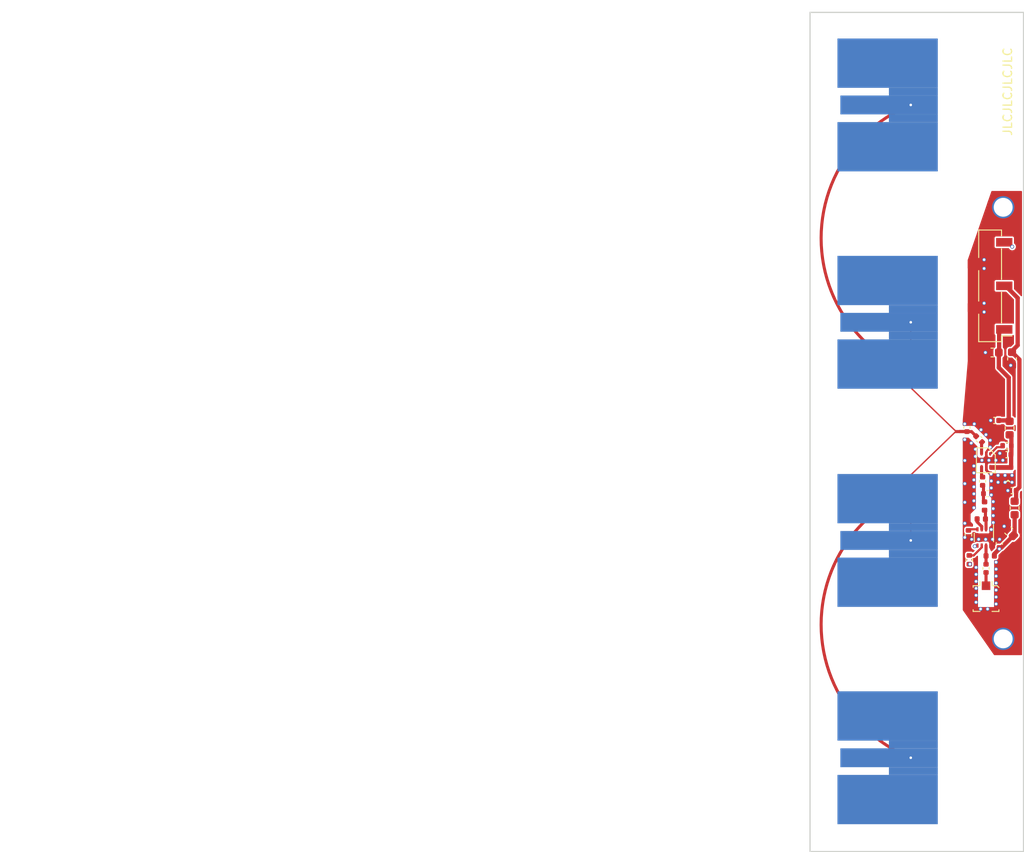
<source format=kicad_pcb>
(kicad_pcb (version 20211014) (generator pcbnew)
  (layers (0 "F.Cu" signal) (1 "In1.Cu" signal) (2 "In2.Cu" signal) (31 "B.Cu" signal) (34 "B.Paste" user) (35 "F.Paste" user) (36 "B.SilkS" user "B.Silkscreen") (37 "F.SilkS" user "F.Silkscreen") (38 "B.Mask" user) (39 "F.Mask" user) (44 "Edge.Cuts" user))
  (net 0 "")
  (net 1 "GND")
  (net 2 "/receiver/RX")
  (net 3 "Net-(C5-Pad2)")
  (net 4 "Net-(C8-Pad1)")
  (net 5 "Net-(C8-Pad2)")
  (net 6 "Net-(C11-Pad1)")
  (net 7 "/receiver/RF_OUT")
  (net 8 "/5VA")
  (net 9 "Net-(IC2-Pad2)")
  (net 10 "Net-(IC2-Pad3)")
  (net 11 "Net-(IC2-Pad4)")
  (net 12 "/~EN1")
  (net 13 "Net-(IC2-Pad6)")
  (net 14 "Net-(R2-Pad1)")
  (net 15 "/3V3A")
  (net 16 "Net-(J2-Pad1)")
  (net 17 "Net-(J2-Pad3)")
  (footprint "Capacitor_SMD:C_0402_1005Metric" (layer "F.Cu") (at 135.1026 98.8314 180)
    (fp_text reference "C3" hide)
    (fp_text value "100n" hide)
    (fp_line (start -0.107836 -0.36) (end 0.107836 -0.36) (layer "F.SilkS") (width 0.12))
    (fp_line (start -0.107836 0.36) (end 0.107836 0.36) (layer "F.SilkS") (width 0.12))
    (pad "1" smd roundrect (at -0.48 0 180) (size 0.56 0.62) (layers "F.Cu" "F.Paste" "F.Mask") (net 17 "Net-(J2-Pad3)"))
    (pad "2" smd roundrect (at 0.48 0 180) (size 0.56 0.62) (layers "F.Cu" "F.Paste" "F.Mask") (net 1 "GND"))
  )
  (footprint "GRF2101:DFN-6-1.5x1.5_1EP" (layer "F.Cu") (at 132.0546 95.3008 180)
    (fp_text reference "U3" hide)
    (fp_text value "GRF2101" hide)
    (fp_line (start 1.1 -1.45) (end 1.1 1.45) (layer "F.SilkS") (width 0.12))
    (fp_line (start -1.1 -1.45) (end 1.1 -1.45) (layer "F.SilkS") (width 0.12))
    (fp_line (start 1.1 1.45) (end -0.3 1.45) (layer "F.SilkS") (width 0.12))
    (fp_line (start -0.3 1.45) (end -1.1 0.65) (layer "F.SilkS") (width 0.12))
    (fp_line (start -1.1 0.65) (end -1.1 -1.45) (layer "F.SilkS") (width 0.12))
    (pad "1" smd rect (at -0.5 0.75 180) (size 0.2 0.4) (layers "F.Cu" "F.Paste" "F.Mask") (net 14 "Net-(R2-Pad1)"))
    (pad "2" smd rect (at 0 0.75 180) (size 0.2 0.4) (layers "F.Cu" "F.Paste" "F.Mask") (net 1 "GND"))
    (pad "3" smd rect (at 0.5 0.75 180) (size 0.2 0.4) (layers "F.Cu" "F.Paste" "F.Mask") (net 3 "Net-(C5-Pad2)"))
    (pad "4" smd rect (at 0.5 -0.75 180) (size 0.2 0.4) (layers "F.Cu" "F.Paste" "F.Mask") (net 4 "Net-(C8-Pad1)"))
    (pad "5" smd rect (at 0 -0.75 180) (size 0.2 0.4) (layers "F.Cu" "F.Paste" "F.Mask") (net 1 "GND"))
    (pad "6" smd rect (at -0.5 -0.75 180) (size 0.2 0.4) (layers "F.Cu" "F.Paste" "F.Mask") (net 15 "/3V3A"))
    (pad "7" smd rect (at 0 0 180) (size 1.1 0.6) (layers "F.Cu" "F.Paste" "F.Mask") (net 1 "GND"))
  )
  (footprint "Resistor_SMD:R_0402_1005Metric" (layer "F.Cu") (at 134.5184 93.599)
    (fp_text reference "R2" hide)
    (fp_text value "3k" hide)
    (fp_line (start -0.153641 0.38) (end 0.153641 0.38) (layer "F.SilkS") (width 0.12))
    (fp_line (start -0.153641 -0.38) (end 0.153641 -0.38) (layer "F.SilkS") (width 0.12))
    (pad "1" smd roundrect (at -0.51 0) (size 0.54 0.64) (layers "F.Cu" "F.Paste" "F.Mask") (net 14 "Net-(R2-Pad1)"))
    (pad "2" smd roundrect (at 0.51 0) (size 0.54 0.64) (layers "F.Cu" "F.Paste" "F.Mask") (net 15 "/3V3A"))
  )
  (footprint "Capacitor_SMD:C_0603_1608Metric" (layer "F.Cu") (at 134.7216 103.5304 -45)
    (fp_text reference "C12" hide)
    (fp_text value "4u7" hide)
    (fp_line (start -0.14058 0.51) (end 0.14058 0.51) (layer "F.SilkS") (width 0.12))
    (fp_line (start -0.14058 -0.51) (end 0.14058 -0.51) (layer "F.SilkS") (width 0.12))
    (pad "1" smd roundrect (at -0.775 0 315) (size 0.9 0.95) (layers "F.Cu" "F.Paste" "F.Mask") (net 1 "GND"))
    (pad "2" smd roundrect (at 0.775 0 315) (size 0.9 0.95) (layers "F.Cu" "F.Paste" "F.Mask") (net 8 "/5VA"))
  )
  (footprint "Capacitor_SMD:C_0402_1005Metric" (layer "F.Cu") (at 133.0706 90.6526 180)
    (fp_text reference "C1" hide)
    (fp_text value "100n" hide)
    (fp_line (start -0.107836 -0.36) (end 0.107836 -0.36) (layer "F.SilkS") (width 0.12))
    (fp_line (start -0.107836 0.36) (end 0.107836 0.36) (layer "F.SilkS") (width 0.12))
    (pad "1" smd roundrect (at -0.48 0 180) (size 0.56 0.62) (layers "F.Cu" "F.Paste" "F.Mask") (net 16 "Net-(J2-Pad1)"))
    (pad "2" smd roundrect (at 0.48 0 180) (size 0.56 0.62) (layers "F.Cu" "F.Paste" "F.Mask") (net 1 "GND"))
  )
  (footprint "Capacitor_SMD:C_0402_1005Metric" (layer "F.Cu") (at 134.493 94.6404 180)
    (fp_text reference "C6" hide)
    (fp_text value "100n" hide)
    (fp_line (start -0.107836 -0.36) (end 0.107836 -0.36) (layer "F.SilkS") (width 0.12))
    (fp_line (start -0.107836 0.36) (end 0.107836 0.36) (layer "F.SilkS") (width 0.12))
    (pad "1" smd roundrect (at -0.48 0 180) (size 0.56 0.62) (layers "F.Cu" "F.Paste" "F.Mask") (net 15 "/3V3A"))
    (pad "2" smd roundrect (at 0.48 0 180) (size 0.56 0.62) (layers "F.Cu" "F.Paste" "F.Mask") (net 1 "GND"))
  )
  (footprint "Capacitor_SMD:C_0402_1005Metric" (layer "F.Cu") (at 132.075 107.905 -90)
    (fp_text reference "C11" hide)
    (fp_text value "2p2 R" hide)
    (fp_line (start -0.107836 0.36) (end 0.107836 0.36) (layer "F.SilkS") (width 0.12))
    (fp_line (start -0.107836 -0.36) (end 0.107836 -0.36) (layer "F.SilkS") (width 0.12))
    (pad "1" smd roundrect (at -0.48 0 270) (size 0.56 0.62) (layers "F.Cu" "F.Paste" "F.Mask") (net 6 "Net-(C11-Pad1)"))
    (pad "2" smd roundrect (at 0.48 0 270) (size 0.56 0.62) (layers "F.Cu" "F.Paste" "F.Mask") (net 7 "/receiver/RF_OUT"))
  )
  (footprint "Inductor_SMD:L_0603_1608Metric" (layer "F.Cu") (at 135.4074 100.8634 90)
    (fp_text reference "FB2" hide)
    (fp_text value "BLM18PG181SN1D" hide)
    (fp_line (start -0.162779 -0.51) (end 0.162779 -0.51) (layer "F.SilkS") (width 0.12))
    (fp_line (start -0.162779 0.51) (end 0.162779 0.51) (layer "F.SilkS") (width 0.12))
    (pad "1" smd roundrect (at -0.7875 0 90) (size 0.875 0.95) (layers "F.Cu" "F.Paste" "F.Mask") (net 8 "/5VA"))
    (pad "2" smd roundrect (at 0.7875 0 90) (size 0.875 0.95) (layers "F.Cu" "F.Paste" "F.Mask") (net 17 "Net-(J2-Pad3)"))
  )
  (footprint "Inductor_SMD:L_0402_1005Metric" (layer "F.Cu") (at 131.5212 102.15 180)
    (fp_text reference "L2" hide)
    (fp_text value "6n8" hide)
    (pad "1" smd roundrect (at -0.485 0 180) (size 0.59 0.64) (layers "F.Cu" "F.Paste" "F.Mask") (net 9 "Net-(IC2-Pad2)"))
    (pad "2" smd roundrect (at 0.485 0 180) (size 0.59 0.64) (layers "F.Cu" "F.Paste" "F.Mask") (net 10 "Net-(IC2-Pad3)"))
  )
  (footprint "Capacitor_SMD:C_0402_1005Metric" (layer "F.Cu") (at 133.625 104.995 -90)
    (fp_text reference "C10" hide)
    (fp_text value "5p6" hide)
    (fp_line (start -0.107836 -0.36) (end 0.107836 -0.36) (layer "F.SilkS") (width 0.12))
    (fp_line (start -0.107836 0.36) (end 0.107836 0.36) (layer "F.SilkS") (width 0.12))
    (pad "1" smd roundrect (at -0.48 0 270) (size 0.56 0.62) (layers "F.Cu" "F.Paste" "F.Mask") (net 1 "GND"))
    (pad "2" smd roundrect (at 0.48 0 270) (size 0.56 0.62) (layers "F.Cu" "F.Paste" "F.Mask") (net 8 "/5VA"))
  )
  (footprint "Capacitor_SMD:C_0402_1005Metric" (layer "F.Cu") (at 129.85 91.475 -90)
    (fp_text reference "C4" hide)
    (fp_text value "0.5p R" hide)
    (fp_line (start -0.107836 -0.36) (end 0.107836 -0.36) (layer "F.SilkS") (width 0.12))
    (fp_line (start -0.107836 0.36) (end 0.107836 0.36) (layer "F.SilkS") (width 0.12))
    (pad "1" smd roundrect (at -0.48 0 270) (size 0.56 0.62) (layers "F.Cu" "F.Paste" "F.Mask") (net 1 "GND"))
    (pad "2" smd roundrect (at 0.48 0 270) (size 0.56 0.62) (layers "F.Cu" "F.Paste" "F.Mask") (net 2 "/receiver/RX"))
  )
  (footprint "MountingHole:MountingHole_2.2mm_M2_ISO14580_Pad_TopOnly" (layer "F.Cu") (at 134.075 65.786)
    (fp_text reference "H2" hide)
    (fp_text value "MountingHole_Pad" hide)
    (pad "1" connect circle (at 0 0) (size 3.8 3.8) (layers "F.Cu" "F.Mask") (net 1 "GND"))
    (pad "1" thru_hole circle (at 0 0) (size 2.6 2.6) (drill 2.2) (layers *.Cu *.Mask) (net 1 "GND"))
  )
  (footprint "Inductor_SMD:L_0402_1005Metric" (layer "F.Cu") (at 131.9022 100.6348 -90)
    (fp_text reference "L1" hide)
    (fp_text value "400p R" hide)
    (pad "1" smd roundrect (at -0.485 0 270) (size 0.59 0.64) (layers "F.Cu" "F.Paste" "F.Mask") (net 5 "Net-(C8-Pad2)"))
    (pad "2" smd roundrect (at 0.485 0 270) (size 0.59 0.64) (layers "F.Cu" "F.Paste" "F.Mask") (net 9 "Net-(IC2-Pad2)"))
  )
  (footprint "Capacitor_SMD:C_0402_1005Metric" (layer "F.Cu") (at 131.6736 97.7392 -90)
    (fp_text reference "C8" hide)
    (fp_text value "4p3 R" hide)
    (fp_line (start -0.107836 0.36) (end 0.107836 0.36) (layer "F.SilkS") (width 0.12))
    (fp_line (start -0.107836 -0.36) (end 0.107836 -0.36) (layer "F.SilkS") (width 0.12))
    (pad "1" smd roundrect (at -0.48 0 270) (size 0.56 0.62) (layers "F.Cu" "F.Paste" "F.Mask") (net 4 "Net-(C8-Pad1)"))
    (pad "2" smd roundrect (at 0.48 0 270) (size 0.56 0.62) (layers "F.Cu" "F.Paste" "F.Mask") (net 5 "Net-(C8-Pad2)"))
  )
  (footprint "Resistor_SMD:R_0402_1005Metric" (layer "F.Cu") (at 130.1242 106.9086 -90)
    (fp_text reference "R4" hide)
    (fp_text value "20" hide)
    (fp_line (start -0.153641 -0.38) (end 0.153641 -0.38) (layer "F.SilkS") (width 0.12))
    (fp_line (start -0.153641 0.38) (end 0.153641 0.38) (layer "F.SilkS") (width 0.12))
    (pad "1" smd roundrect (at -0.51 0 270) (size 0.54 0.64) (layers "F.Cu" "F.Paste" "F.Mask") (net 13 "Net-(IC2-Pad6)"))
    (pad "2" smd roundrect (at 0.51 0 270) (size 0.54 0.64) (layers "F.Cu" "F.Paste" "F.Mask") (net 8 "/5VA"))
  )
  (footprint "MountingHole:MountingHole_2.2mm_M2_ISO14580_Pad_TopOnly" (layer "F.Cu") (at 134.075 116.1288)
    (fp_text reference "H1" hide)
    (fp_text value "MountingHole_Pad" hide)
    (pad "1" thru_hole circle (at 0 0) (size 2.6 2.6) (drill 2.2) (layers *.Cu *.Mask) (net 1 "GND"))
    (pad "1" connect circle (at 0 0) (size 3.8 3.8) (layers "F.Cu" "F.Mask") (net 1 "GND"))
  )
  (footprint "Capacitor_SMD:C_0603_1608Metric" (layer "F.Cu") (at 135.1026 83.4644 -90)
    (fp_text reference "C13" hide)
    (fp_text value "10u" hide)
    (fp_line (start -0.14058 -0.51) (end 0.14058 -0.51) (layer "F.SilkS") (width 0.12))
    (fp_line (start -0.14058 0.51) (end 0.14058 0.51) (layer "F.SilkS") (width 0.12))
    (pad "1" smd roundrect (at -0.775 0 270) (size 0.9 0.95) (layers "F.Cu" "F.Paste" "F.Mask") (net 17 "Net-(J2-Pad3)"))
    (pad "2" smd roundrect (at 0.775 0 270) (size 0.9 0.95) (layers "F.Cu" "F.Paste" "F.Mask") (net 1 "GND"))
  )
  (footprint "Connector_PinSocket_2.54mm:PinSocket_1x05_P2.54mm_Vertical_SMD_Pin1Left" (layer "F.Cu") (at 132.55 74.95 180)
    (fp_text reference "J2" hide)
    (fp_text value "Conn_01x05_Male" hide)
    (fp_line (start 1.33 3.3) (end 1.33 6.51) (layer "F.SilkS") (width 0.12))
    (fp_line (start -1.33 0.76) (end -1.33 4.32) (layer "F.SilkS") (width 0.12))
    (fp_line (start 1.33 -6.51) (end 1.33 -3.3) (layer "F.SilkS") (width 0.12))
    (fp_line (start -1.33 -4.32) (end -1.33 -0.76) (layer "F.SilkS") (width 0.12))
    (fp_line (start -1.33 6.51) (end 1.33 6.51) (layer "F.SilkS") (width 0.12))
    (fp_line (start 1.33 -1.78) (end 1.33 1.78) (layer "F.SilkS") (width 0.12))
    (fp_line (start -2.54 -5.84) (end -1.33 -5.84) (layer "F.SilkS") (width 0.12))
    (fp_line (start -1.33 -6.51) (end -1.33 -5.84) (layer "F.SilkS") (width 0.12))
    (fp_line (start -1.33 5.84) (end -1.33 6.51) (layer "F.SilkS") (width 0.12))
    (fp_line (start -1.33 -6.51) (end 1.33 -6.51) (layer "F.SilkS") (width 0.12))
    (pad "1" smd rect (at -1.65 -5.08 180) (size 1.9 1) (layers "F.Cu" "F.Paste" "F.Mask") (net 16 "Net-(J2-Pad1)"))
    (pad "2" smd rect (at 1.65 -2.54 180) (size 1.9 1) (layers "F.Cu" "F.Paste" "F.Mask") (net 1 "GND"))
    (pad "3" smd rect (at -1.65 0 180) (size 1.9 1) (layers "F.Cu" "F.Paste" "F.Mask") (net 17 "Net-(J2-Pad3)"))
    (pad "4" smd rect (at 1.65 2.54 180) (size 1.9 1) (layers "F.Cu" "F.Paste" "F.Mask") (net 1 "GND"))
    (pad "5" smd rect (at -1.65 5.08 180) (size 1.9 1) (layers "F.Cu" "F.Paste" "F.Mask") (net 12 "/~EN1"))
  )
  (footprint "Connector_Coaxial:U.FL_Molex_MCRF_73412-0110_Vertical" (layer "F.Cu") (at 132.075 111.4298 180)
    (fp_text reference "J1" hide)
    (fp_text value "Conn_Coaxial" hide)
    (fp_line (start -1.3 1.5) (end -1.5 1.3) (layer "F.SilkS") (width 0.12))
    (fp_line (start 1.5 1.5) (end 0.7 1.5) (layer "F.SilkS") (width 0.12))
    (fp_line (start -1.5 -1.3) (end -1.5 -1.5) (layer "F.SilkS") (width 0.12))
    (fp_line (start 0.7 -1.5) (end 1.5 -1.5) (layer "F.SilkS") (width 0.12))
    (fp_line (start 1.5 1.3) (end 1.5 1.5) (layer "F.SilkS") (width 0.12))
    (fp_line (start -0.7 1.5) (end -0.7 2) (layer "F.SilkS") (width 0.12))
    (fp_line (start 0.7 1.5) (end 0.7 2) (layer "F.SilkS") (width 0.12))
    (fp_line (start 1.5 -1.5) (end 1.5 -1.3) (layer "F.SilkS") (width 0.12))
    (fp_line (start -0.7 1.5) (end -1.3 1.5) (layer "F.SilkS") (width 0.12))
    (fp_line (start -1.5 -1.5) (end -0.7 -1.5) (layer "F.SilkS") (width 0.12))
    (pad "1" smd rect (at 0 1.5 180) (size 1 1) (layers "F.Cu" "F.Paste" "F.Mask") (net 7 "/receiver/RF_OUT"))
    (pad "2" smd rect (at -1.475 0 180) (size 1.05 2.2) (layers "F.Cu" "F.Paste" "F.Mask") (net 1 "GND"))
    (pad "2" smd rect (at 0 -1.5 180) (size 1 1) (layers "F.Cu" "F.Paste" "F.Mask") (net 1 "GND"))
    (pad "2" smd rect (at 1.475 0 180) (size 1.05 2.2) (layers "F.Cu" "F.Paste" "F.Mask") (net 1 "GND"))
  )
  (footprint "Capacitor_SMD:C_0402_1005Metric" (layer "F.Cu") (at 131.264411 92.839411 -45)
    (fp_text reference "C5" hide)
    (fp_text value "22p R" hide)
    (fp_line (start -0.107836 -0.36) (end 0.107836 -0.36) (layer "F.SilkS") (width 0.12))
    (fp_line (start -0.107836 0.36) (end 0.107836 0.36) (layer "F.SilkS") (width 0.12))
    (pad "1" smd roundrect (at -0.48 0 315) (size 0.56 0.62) (layers "F.Cu" "F.Paste" "F.Mask") (net 2 "/receiver/RX"))
    (pad "2" smd roundrect (at 0.48 0 315) (size 0.56 0.62) (layers "F.Cu" "F.Paste" "F.Mask") (net 3 "Net-(C5-Pad2)"))
  )
  (footprint "Package_SON:WSON-8-1EP_2x2mm_P0.5mm_EP0.9x1.6mm" (layer "F.Cu") (at 131.825 104.3 -90)
    (fp_text reference "IC2" hide)
    (fp_text value "SKY67189-396LF" hide)
    (fp_line (start 0.5 1.12) (end -0.5 1.12) (layer "F.SilkS") (width 0.12))
    (fp_line (start -1.5 -1.12) (end 0.5 -1.12) (layer "F.SilkS") (width 0.12))
    (pad "1" smd rect (at -0.95 -0.75 270) (size 0.5 0.25) (layers "F.Cu" "F.Paste" "F.Mask") (net 1 "GND"))
    (pad "2" smd rect (at -0.95 -0.25 270) (size 0.5 0.25) (layers "F.Cu" "F.Paste" "F.Mask") (net 9 "Net-(IC2-Pad2)"))
    (pad "3" smd rect (at -0.95 0.25 270) (size 0.5 0.25) (layers "F.Cu" "F.Paste" "F.Mask") (net 10 "Net-(IC2-Pad3)"))
    (pad "4" smd rect (at -0.95 0.75 270) (size 0.5 0.25) (layers "F.Cu" "F.Paste" "F.Mask") (net 11 "Net-(IC2-Pad4)"))
    (pad "5" smd rect (at 0.95 0.75 270) (size 0.5 0.25) (layers "F.Cu" "F.Paste" "F.Mask") (net 12 "/~EN1"))
    (pad "6" smd rect (at 0.95 0.25 270) (size 0.5 0.25) (layers "F.Cu" "F.Paste" "F.Mask") (net 13 "Net-(IC2-Pad6)"))
    (pad "7" smd rect (at 0.95 -0.25 270) (size 0.5 0.25) (layers "F.Cu" "F.Paste" "F.Mask") (net 6 "Net-(C11-Pad1)"))
    (pad "8" smd rect (at 0.95 -0.75 270) (size 0.5 0.25) (layers "F.Cu" "F.Paste" "F.Mask") (net 1 "GND"))
    (pad "9" smd rect (at 0 0 270) (size 0.9 1.6) (layers "F.Cu" "F.Mask") (net 1 "GND"))
  )
  (footprint "Capacitor_SMD:C_0402_1005Metric" (layer "F.Cu") (at 132.2578 99.187 180)
    (fp_text reference "C9" hide)
    (fp_text value "0.4p R" hide)
    (fp_line (start -0.107836 0.36) (end 0.107836 0.36) (layer "F.SilkS") (width 0.12))
    (fp_line (start -0.107836 -0.36) (end 0.107836 -0.36) (layer "F.SilkS") (width 0.12))
    (pad "1" smd roundrect (at -0.48 0 180) (size 0.56 0.62) (layers "F.Cu" "F.Paste" "F.Mask") (net 1 "GND"))
    (pad "2" smd roundrect (at 0.48 0 180) (size 0.56 0.62) (layers "F.Cu" "F.Paste" "F.Mask") (net 5 "Net-(C8-Pad2)"))
  )
  (footprint "Capacitor_SMD:C_0603_1608Metric" (layer "F.Cu") (at 132.7912 82.7278 180)
    (fp_text reference "C2" hide)
    (fp_text value "10u" hide)
    (fp_line (start -0.14058 -0.51) (end 0.14058 -0.51) (layer "F.SilkS") (width 0.12))
    (fp_line (start -0.14058 0.51) (end 0.14058 0.51) (layer "F.SilkS") (width 0.12))
    (pad "1" smd roundrect (at -0.775 0 180) (size 0.9 0.95) (layers "F.Cu" "F.Paste" "F.Mask") (net 16 "Net-(J2-Pad1)"))
    (pad "2" smd roundrect (at 0.775 0 180) (size 0.9 0.95) (layers "F.Cu" "F.Paste" "F.Mask") (net 1 "GND"))
  )
  (footprint "Inductor_SMD:L_0402_1005Metric" (layer "F.Cu") (at 132.56 106.45)
    (fp_text reference "L3" hide)
    (fp_text value "2n4 R" hide)
    (pad "1" smd roundrect (at -0.485 0) (size 0.59 0.64) (layers "F.Cu" "F.Paste" "F.Mask") (net 6 "Net-(C11-Pad1)"))
    (pad "2" smd roundrect (at 0.485 0) (size 0.59 0.64) (layers "F.Cu" "F.Paste" "F.Mask") (net 8 "/5VA"))
  )
  (footprint "Resistor_SMD:R_0402_1005Metric" (layer "F.Cu") (at 130.0226 103.9876 -90)
    (fp_text reference "R3" hide)
    (fp_text value "5k1" hide)
    (fp_line (start -0.153641 0.38) (end 0.153641 0.38) (layer "F.SilkS") (width 0.12))
    (fp_line (start -0.153641 -0.38) (end 0.153641 -0.38) (layer "F.SilkS") (width 0.12))
    (pad "1" smd roundrect (at -0.51 0 270) (size 0.54 0.64) (layers "F.Cu" "F.Paste" "F.Mask") (net 11 "Net-(IC2-Pad4)"))
    (pad "2" smd roundrect (at 0.51 0 270) (size 0.54 0.64) (layers "F.Cu" "F.Paste" "F.Mask") (net 1 "GND"))
  )
  (footprint "Inductor_SMD:L_0603_1608Metric" (layer "F.Cu") (at 134.8232 91.5416 90)
    (fp_text reference "FB1" hide)
    (fp_text value "BLM18PG181SN1D" hide)
    (fp_line (start -0.162779 0.51) (end 0.162779 0.51) (layer "F.SilkS") (width 0.12))
    (fp_line (start -0.162779 -0.51) (end 0.162779 -0.51) (layer "F.SilkS") (width 0.12))
    (pad "1" smd roundrect (at -0.7875 0 90) (size 0.875 0.95) (layers "F.Cu" "F.Paste" "F.Mask") (net 15 "/3V3A"))
    (pad "2" smd roundrect (at 0.7875 0 90) (size 0.875 0.95) (layers "F.Cu" "F.Paste" "F.Mask") (net 16 "Net-(J2-Pad1)"))
  )
  (footprint "Antenna:Antenna_PatchArray4_JLC7628_1.6_5800M" (layer "B.Cu") (at 123.301651 91.95 180)
    (fp_text reference "AE1" hide)
    (fp_text value "Antenna" hide)
    (pad "1" smd rect (at 2.7 -7.75 315) (size 0.16 7.5) (layers "F.Cu" "F.Mask") (net 2 "/receiver/RX") (clearance 3))
    (pad "1" smd rect (at -0.3 14.3 90) (size 0.9 5.7) (layers "B.Cu" "B.Mask") (net 2 "/receiver/RX") (clearance 1))
    (pad "1" smd rect (at -0.3 11.2 90) (size 0.9 5.7) (layers "B.Cu" "B.Mask") (net 2 "/receiver/RX") (clearance 1))
    (pad "1" smd rect (at 2.53 38.1 90) (size 2.2 11.36) (layers "B.Cu" "B.Mask") (net 2 "/receiver/RX") (clearance 1))
    (pad "1" smd custom (at 2.7 -33.175 90) (size 5.75 11.7) (layers "B.Cu" "B.Mask") (net 2 "/receiver/RX") (clearance 1) (options (clearance outline) (anchor rect)) (primitives))
    (pad "1" smd rect (at 2.7 7.8 225) (size 0.16 7.5) (layers "F.Cu" "F.Mask") (net 2 "/receiver/RX") (clearance 3))
    (pad "1" smd rect (at 0 8.9 180) (size 0.16 7.5) (layers "F.Cu" "F.Mask") (net 2 "/receiver/RX") (clearance 3))
    (pad "1" smd rect (at 2.53 -12.7 90) (size 2.2 11.36) (layers "B.Cu" "B.Mask") (net 2 "/receiver/RX") (clearance 1))
    (pad "1" smd rect (at 2.7 7.875 90) (size 5.75 11.7) (layers "B.Cu" "B.Mask") (net 2 "/receiver/RX") (clearance 1))
    (pad "1" smd rect (at 2.7 17.625 90) (size 5.75 11.7) (layers "B.Cu" "B.Mask") (net 2 "/receiver/RX") (clearance 1))
    (pad "1" smd rect (at -2.6 -2.55 314) (size 0.16 7.5) (layers "F.Cu" "F.Mask") (net 2 "/receiver/RX") (clearance 0.7))
    (pad "1" smd rect (at 2.53 -38.05 90) (size 2.2 11.36) (layers "B.Cu" "B.Mask") (net 2 "/receiver/RX") (clearance 1))
    (pad "1" smd custom (at 2.7 33.225 90) (size 5.75 11.7) (layers "B.Cu" "B.Mask") (net 2 "/receiver/RX") (clearance 1) (options (clearance outline) (anchor rect)) (primitives))
    (pad "1" smd rect (at 2.53 12.75 90) (size 2.2 11.36) (layers "B.Cu" "B.Mask") (net 2 "/receiver/RX") (clearance 1))
    (pad "1" smd rect (at -2.6 2.6 226) (size 0.16 7.5) (layers "F.Cu" "F.Mask") (net 2 "/receiver/RX") (clearance 0.7))
    (pad "1" smd rect (at -0.3 39.65 90) (size 0.9 5.7) (layers "B.Cu" "B.Mask") (net 2 "/receiver/RX"))
    (pad "1" smd rect (at 2.7 -17.575 90) (size 5.75 11.7) (layers "B.Cu" "B.Mask") (net 2 "/receiver/RX") (clearance 1))
    (pad "1" smd custom (at 5.351651 10.5 180) (size 0.36 0.36) (layers "F.Cu" "F.Mask") (net 2 "/receiver/RX") (clearance 3) (options (clearance outline) (anchor circle)) (primitives (gr_arc (start 0.021029 0.020464) (mid 4.793303 15.244269) (end -5.3 27.6) (width 0.36))))
    (pad "1" smd rect (at -0.3 -36.5 90) (size 0.9 5.7) (layers "B.Cu" "B.Mask") (net 2 "/receiver/RX"))
    (pad "1" smd rect (at 0 -8.85) (size 0.16 7.5) (layers "F.Cu" "F.Mask") (net 2 "/receiver/RX") (clearance 3))
    (pad "1" smd circle (at 0 12.75 90) (size 0.45 0.45) (layers "F.Cu" "F.Mask") (net 2 "/receiver/RX") (clearance 3))
    (pad "1" smd rect (at 2.7 -42.925 90) (size 5.75 11.7) (layers "B.Cu" "B.Mask") (net 2 "/receiver/RX") (clearance 1))
    (pad "1" smd circle (at 0 -38.05 90) (size 0.45 0.45) (layers "F.Cu" "F.Mask") (net 2 "/receiver/RX") (clearance 3))
    (pad "1" smd rect (at 2.7 42.975 90) (size 5.75 11.7) (layers "B.Cu" "B.Mask") (net 2 "/receiver/RX") (clearance 1))
    (pad "1" smd custom (at 5.351651 -10.45) (size 0.36 0.36) (layers "F.Cu" "F.Mask") (net 2 "/receiver/RX") (clearance 3) (options (clearance outline) (anchor circle)) (primitives (gr_arc (start 5.3 27.6) (mid -4.793303 15.244269) (end -0.021029 0.020464) (width 0.36))))
    (pad "1" smd circle (at 0 -12.7 90) (size 0.45 0.45) (layers "F.Cu" "F.Mask") (net 2 "/receiver/RX") (clearance 3))
    (pad "1" smd rect (at -0.3 -14.25 90) (size 0.9 5.7) (layers "B.Cu" "B.Mask") (net 2 "/receiver/RX") (clearance 1))
    (pad "1" smd rect (at 2.7 -7.825 90) (size 5.75 11.7) (layers "B.Cu" "B.Mask") (net 2 "/receiver/RX") (clearance 1))
    (pad "1" smd circle (at 0 38.1 90) (size 0.45 0.45) (layers "F.Cu" "F.Mask") (net 2 "/receiver/RX") (clearance 3))
    (pad "1" smd rect (at -0.3 -39.6 90) (size 0.9 5.7) (layers "B.Cu" "B.Mask") (net 2 "/receiver/RX"))
    (pad "1" smd rect (at -0.3 36.55 90) (size 0.9 5.7) (layers "B.Cu" "B.Mask") (net 2 "/receiver/RX"))
    (pad "1" smd rect (at -0.3 -11.15 90) (size 0.9 5.7) (layers "B.Cu" "B.Mask") (net 2 "/receiver/RX") (clearance 1))
    (pad "1" smd rect (at -5.7 0 270) (size 0.36 1.05) (layers "F.Cu" "F.Mask") (net 2 "/receiver/RX") (clearance 0.25))
  )
  (gr_rect (start 136.4488 140.9446) (end 111.5568 43.053) (layer "Edge.Cuts") (width 0.15) (fill none))
  (gr_text "JLCJLCJLCJLC" (at 134.5946 52.2986 90) (layer "F.SilkS") (effects (font (size 1 1))))
  (gr_text "^" (at 134.6454 98.2472) (layer "F.SilkS") (effects (font (size 1 1) (thickness 0.16))))
  (segment (start 131.335 72.41) (end 131.85 72.925) (width 0.5) (layer "F.Cu") (net 1))
  (segment (start 131.34 72.41) (end 131.85 71.9) (width 0.5) (layer "F.Cu") (net 1))
  (segment (start 131.3364 77.4884) (end 131.8514 78.0034) (width 0.5) (layer "F.Cu") (net 1))
  (segment (start 131.3414 77.4884) (end 131.8514 76.9784) (width 0.5) (layer "F.Cu") (net 1))
  (via (at 132.6134 90.6526) (size 0.45) (drill 0.3) (layers "F.Cu" "B.Cu") (net 1))
  (via (at 129.6 100.2) (size 0.45) (drill 0.3) (layers "F.Cu" "B.Cu") (net 1))
  (via (at 133.6802 94.488001) (size 0.45) (drill 0.3) (layers "F.Cu" "B.Cu") (net 1))
  (via (at 131.8514 78.0034) (size 0.45) (drill 0.3) (layers "F.Cu" "B.Cu") (net 1))
  (via (at 133.476999 97.0534) (size 0.45) (drill 0.3) (layers "F.Cu" "B.Cu") (net 1))
  (via (at 130.9116 109.4232) (size 0.45) (drill 0.3) (layers "F.Cu" "B.Cu") (net 1))
  (via (at 130.9116 108.610399) (size 0.45) (drill 0.3) (layers "F.Cu" "B.Cu") (net 1))
  (via (at 132.9182 100.939599) (size 0.45) (drill 0.3) (layers "F.Cu" "B.Cu") (net 1))
  (via (at 130.6576 100.025201) (size 0.45) (drill 0.3) (layers "F.Cu" "B.Cu") (net 1))
  (via (at 130.9116 107.7976) (size 0.45) (drill 0.3) (layers "F.Cu" "B.Cu") (net 1))
  (via (at 134.62 98.8314) (size 0.45) (drill 0.3) (layers "F.Cu" "B.Cu") (net 1))
  (via (at 130.403601 104.521) (size 0.45) (drill 0.3) (layers "F.Cu" "B.Cu") (net 1))
  (via (at 132.2578 112.649) (size 0.45) (drill 0.3) (layers "F.Cu" "B.Cu") (net 1))
  (via (at 130.6576 96.774001) (size 0.45) (drill 0.3) (layers "F.Cu" "B.Cu") (net 1))
  (via (at 130.3528 93.2942) (size 0.45) (drill 0.3) (layers "F.Cu" "B.Cu") (net 1))
  (via (at 133.2484 110.439199) (size 0.45) (drill 0.3) (layers "F.Cu" "B.Cu") (net 1))
  (via (at 133.2484 111.251999) (size 0.45) (drill 0.3) (layers "F.Cu" "B.Cu") (net 1))
  (via (at 132.9182 101.7524) (size 0.45) (drill 0.3) (layers "F.Cu" "B.Cu") (net 1))
  (via (at 130.7084 91.059) (size 0.45) (drill 0.3) (layers "F.Cu" "B.Cu") (net 1))
  (via (at 129.6 102.65) (size 0.45) (drill 0.3) (layers "F.Cu" "B.Cu") (net 1))
  (via (at 133.2484 107.188) (size 0.45) (drill 0.3) (layers "F.Cu" "B.Cu") (net 1))
  (via (at 131.5974 95.3008) (size 0.45) (drill 0.3) (layers "F.Cu" "B.Cu") (net 1))
  (via (at 129.589347 92.885112) (size 0.45) (drill 0.3) (layers "F.Cu" "B.Cu") (net 1))
  (via (at 132.0292 104.521) (size 0.45) (drill 0.3) (layers "F.Cu" "B.Cu") (net 1))
  (via (at 134.1882 102.997) (size 0.45) (drill 0.3) (layers "F.Cu" "B.Cu") (net 1))
  (via (at 130.6576 99.2124) (size 0.45) (drill 0.3) (layers "F.Cu" "B.Cu") (net 1))
  (via (at 133.477 97.8662) (size 0.45) (drill 0.3) (layers "F.Cu" "B.Cu") (net 1))
  (via (at 130.6576 95.9612) (size 0.45) (drill 0.3) (layers "F.Cu" "B.Cu") (net 1))
  (via (at 132.064064 92.313064) (size 0.45) (drill 0.3) (layers "F.Cu" "B.Cu") (net 1))
  (via (at 133.2484 112.0648) (size 0.45) (drill 0.3) (layers "F.Cu" "B.Cu") (net 1))
  (via (at 130.6576 98.399602) (size 0.45) (drill 0.3) (layers "F.Cu" "B.Cu") (net 1))
  (via (at 129.6 98.025) (size 0.45) (drill 0.3) (layers "F.Cu" "B.Cu") (net 1))
  (via (at 131.85 72.925) (size 0.45) (drill 0.3) (layers "F.Cu" "B.Cu") (net 1))
  (via (at 134.0358 95.3008) (size 0.45) (drill 0.3) (layers "F.Cu" "B.Cu") (net 1))
  (via (at 132.9182 100.1268) (size 0.45) (drill 0.3) (layers "F.Cu" "B.Cu") (net 1))
  (via (at 131.8514 76.9784) (size 0.45) (drill 0.3) (layers "F.Cu" "B.Cu") (net 1))
  (via (at 133.2484 109.626398) (size 0.45) (drill 0.3) (layers "F.Cu" "B.Cu") (net 1))
  (via (at 134.289801 97.8662) (size 0.45) (drill 0.3) (layers "F.Cu" "B.Cu") (net 1))
  (via (at 133.6548 104.521) (size 0.45) (drill 0.3) (layers "F.Cu" "B.Cu") (net 1))
  (via (at 132.6896 98.526601) (size 0.45) (drill 0.3) (layers "F.Cu" "B.Cu") (net 1))
  (via (at 134.9502 84.2264) (size 0.45) (drill 0.3) (layers "F.Cu" "B.Cu") (net 1))
  (via (at 132.842 104.521) (size 0.45) (drill 0.3) (layers "F.Cu" "B.Cu") (net 1))
  (via (at 130.8354 94.0054) (size 0.45) (drill 0.3) (layers "F.Cu" "B.Cu") (net 1))
  (via (at 132.5626 92.964001) (size 0.45) (drill 0.3) (layers "F.Cu" "B.Cu") (net 1))
  (via (at 132.4102 95.3008) (size 0.45) (drill 0.3) (layers "F.Cu" "B.Cu") (net 1))
  (via (at 130.9116 110.235998) (size 0.45) (drill 0.3) (layers "F.Cu" "B.Cu") (net 1))
  (via (at 129.6 104.3) (size 0.45) (drill 0.3) (layers "F.Cu" "B.Cu") (net 1))
  (via (at 130.6576 97.586801) (size 0.45) (drill 0.3) (layers "F.Cu" "B.Cu") (net 1))
  (via (at 134.2898 97.0534) (size 0.45) (drill 0.3) (layers "F.Cu" "B.Cu") (net 1))
  (via (at 133.2484 108.000799) (size 0.45) (drill 0.3) (layers "F.Cu" "B.Cu") (net 1))
  (via (at 130.9116 111.048799) (size 0.45) (drill 0.3) (layers "F.Cu" "B.Cu") (net 1))
  (via (at 130.6576 100.838) (size 0.45) (drill 0.3) (layers "F.Cu" "B.Cu") (net 1))
  (via (at 135.102598 97.0534) (size 0.45) (drill 0.3) (layers "F.Cu" "B.Cu") (net 1))
  (via (at 132.9182 102.565198) (size 0.45) (drill 0.3) (layers "F.Cu" "B.Cu") (net 1))
  (via (at 129.6 95.325) (size 0.45) (drill 0.3) (layers "F.Cu" "B.Cu") (net 1))
  (via (at 133.222999 95.3008) (size 0.45) (drill 0.3) (layers "F.Cu" "B.Cu") (net 1))
  (via (at 132.6642 96.901) (size 0.45) (drill 0.3) (layers "F.Cu" "B.Cu") (net 1))
  (via (at 129.5908 91.059) (size 0.45) (drill 0.3) (layers "F.Cu" "B.Cu") (net 1))
  (via (at 133.2484 108.8136) (size 0.45) (drill 0.3) (layers "F.Cu" "B.Cu") (net 1))
  (via (at 132.0038 82.7278) (size 0.45) (drill 0.3) (layers "F.Cu" "B.Cu") (net 1))
  (via (at 132.5626 93.7768) (size 0.45) (drill 0.3) (layers "F.Cu" "B.Cu") (net 1))
  (via (at 130.8354 94.8436) (size 0.45) (drill 0.3) (layers "F.Cu" "B.Cu") (net 1))
  (via (at 132.6896 99.3394) (size 0.45) (drill 0.3) (layers "F.Cu" "B.Cu") (net 1))
  (via (at 131.85 71.9) (size 0.45) (drill 0.3) (layers "F.Cu" "B.Cu") (net 1))
  (via (at 135.1026 97.8662) (size 0.45) (drill 0.3) (layers "F.Cu" "B.Cu") (net 1))
  (via (at 130.9116 111.861599) (size 0.45) (drill 0.3) (layers "F.Cu" "B.Cu") (net 1))
  (via (at 131.216401 104.521) (size 0.45) (drill 0.3) (layers "F.Cu" "B.Cu") (net 1))
  (via (at 132.6896 103.378) (size 0.45) (drill 0.3) (layers "F.Cu" "B.Cu") (net 1))
  (via (at 132.6896 97.7138) (size 0.45) (drill 0.3) (layers "F.Cu" "B.Cu") (net 1))
  (via (at 131.489327 91.738327) (size 0.45) (drill 0.3) (layers "F.Cu" "B.Cu") (net 1))
  (via (at 131.445002 112.649) (size 0.45) (drill 0.3) (layers "F.Cu" "B.Cu") (net 1))
  (segment (start 130.38 91.955) (end 130.925 92.5) (width 0.36) (layer "F.Cu") (net 2))
  (segment (start 129.001651 91.95) (end 129.845 91.95) (width 0.36) (layer "F.Cu") (net 2))
  (segment (start 129.85 91.955) (end 130.38 91.955) (width 0.36) (layer "F.Cu") (net 2))
  (via (at 123.3 104.65) (size 0.45) (drill 0.3) (layers "F.Cu" "B.Cu") (net 2))
  (via (at 123.3 79.2) (size 0.45) (drill 0.3) (layers "F.Cu" "B.Cu") (net 2))
  (via (at 123.3 130) (size 0.45) (drill 0.3) (layers "F.Cu" "B.Cu") (net 2))
  (via (at 123.3 53.85) (size 0.45) (drill 0.3) (layers "F.Cu" "B.Cu") (net 2))
  (segment (start 131.5546 94.5508) (end 131.5546 93.228044) (width 0.36) (layer "F.Cu") (net 3))
  (segment (start 131.5546 97.1402) (end 131.6736 97.2592) (width 0.36) (layer "F.Cu") (net 4))
  (segment (start 131.5546 96.0508) (end 131.5546 97.1402) (width 0.36) (layer "F.Cu") (net 4))
  (segment (start 131.9022 100.1498) (end 131.7778 100.0254) (width 0.36) (layer "F.Cu") (net 5))
  (segment (start 131.6736 98.2192) (end 131.7778 98.3234) (width 0.36) (layer "F.Cu") (net 5))
  (segment (start 131.7778 98.3234) (end 131.7778 99.187) (width 0.36) (layer "F.Cu") (net 5))
  (segment (start 131.7778 100.0254) (end 131.7778 99.187) (width 0.36) (layer "F.Cu") (net 5))
  (segment (start 132.075 107.425) (end 132.075 106.45) (width 0.36) (layer "F.Cu") (net 6))
  (segment (start 132.075 105.25) (end 132.075 106.45) (width 0.36) (layer "F.Cu") (net 6))
  (segment (start 132.075 108.385) (end 132.075 109.9298) (width 0.36) (layer "F.Cu") (net 7))
  (segment (start 135.4074 101.6509) (end 135.4074 103.940616) (width 0.5) (layer "F.Cu") (net 8))
  (segment (start 133.6294 105.6386) (end 133.625 105.6342) (width 0.5) (layer "F.Cu") (net 8))
  (segment (start 133.045 106.223) (end 133.045 106.45) (width 0.5) (layer "F.Cu") (net 8))
  (segment (start 133.625 105.6342) (end 133.625 105.475) (width 0.5) (layer "F.Cu") (net 8))
  (segment (start 133.873016 105.475) (end 135.269608 104.078408) (width 0.5) (layer "F.Cu") (net 8))
  (segment (start 130.1262 107.4166) (end 130.2 107.4166) (width 0.5) (layer "F.Cu") (net 8))
  (segment (start 135.4074 103.940616) (end 135.269608 104.078408) (width 0.5) (layer "F.Cu") (net 8))
  (segment (start 133.625 105.475) (end 133.873016 105.475) (width 0.5) (layer "F.Cu") (net 8))
  (segment (start 133.6294 105.6386) (end 133.045 106.223) (width 0.5) (layer "F.Cu") (net 8))
  (via (at 130.2 107.4166) (size 0.45) (drill 0.3) (layers "F.Cu" "B.Cu") (net 8))
  (via (at 133.6294 105.6386) (size 0.45) (drill 0.3) (layers "F.Cu" "B.Cu") (net 8))
  (segment (start 132.075 102.2188) (end 132.075 103.35) (width 0.36) (layer "F.Cu") (net 9))
  (segment (start 132.0062 101.2238) (end 132.0062 102.15) (width 0.36) (layer "F.Cu") (net 9))
  (segment (start 131.575 103.0254) (end 131.0362 102.4866) (width 0.36) (layer "F.Cu") (net 10))
  (segment (start 131.575 103.35) (end 131.575 103.0254) (width 0.36) (layer "F.Cu") (net 10))
  (segment (start 131.0362 102.4866) (end 131.0362 102.15) (width 0.36) (layer "F.Cu") (net 10))
  (segment (start 131.075 103.35) (end 130.1502 103.35) (width 0.25) (layer "F.Cu") (net 11))
  (segment (start 130.843 105.25) (end 131.075 105.25) (width 0.25) (layer "F.Cu") (net 12))
  (segment (start 135.128 70.3834) (end 134.6146 69.87) (width 0.25) (layer "F.Cu") (net 12))
  (segment (start 130.7592 105.3338) (end 130.843 105.25) (width 0.25) (layer "F.Cu") (net 12))
  (via (at 130.7592 105.3338) (size 0.45) (drill 0.3) (layers "F.Cu" "B.Cu") (net 12))
  (via (at 135.128 70.3834) (size 0.45) (drill 0.3) (layers "F.Cu" "B.Cu") (net 12))
  (segment (start 130.6342 106.3986) (end 131.575 105.4578) (width 0.25) (layer "F.Cu") (net 13))
  (segment (start 130.1242 106.3986) (end 130.6342 106.3986) (width 0.25) (layer "F.Cu") (net 13))
  (segment (start 131.575 105.4578) (end 131.575 105.25) (width 0.25) (layer "F.Cu") (net 13))
  (segment (start 133.8306 93.7768) (end 134.0084 93.599) (width 0.25) (layer "F.Cu") (net 14))
  (segment (start 132.56965 94.5508) (end 133.34365 93.7768) (width 0.25) (layer "F.Cu") (net 14))
  (segment (start 132.5546 94.5508) (end 132.56965 94.5508) (width 0.25) (layer "F.Cu") (net 14))
  (segment (start 133.34365 93.7768) (end 133.8306 93.7768) (width 0.25) (layer "F.Cu") (net 14))
  (segment (start 135.0284 93.599) (end 135.0284 92.5343) (width 0.5) (layer "F.Cu") (net 15))
  (segment (start 135.0284 93.599) (end 135.0284 94.585) (width 0.5) (layer "F.Cu") (net 15))
  (segment (start 135.0284 94.585) (end 134.973 94.6404) (width 0.5) (layer "F.Cu") (net 15))
  (segment (start 135.001 94.6684) (end 135.001 96.1644) (width 0.5) (layer "F.Cu") (net 15))
  (segment (start 135.0284 92.5343) (end 134.8232 92.3291) (width 0.5) (layer "F.Cu") (net 15))
  (segment (start 133.5506 90.6526) (end 134.7217 90.6526) (width 0.5) (layer "F.Cu") (net 16))
  (segment (start 134.7216 85.6488) (end 133.5662 84.4934) (width 0.5) (layer "F.Cu") (net 16))
  (segment (start 133.965 80.03) (end 133.604 80.391) (width 0.5) (layer "F.Cu") (net 16))
  (segment (start 133.5662 84.4934) (end 133.5662 82.7278) (width 0.5) (layer "F.Cu") (net 16))
  (segment (start 134.7216 90.6525) (end 134.7216 85.6488) (width 0.5) (layer "F.Cu") (net 16))
  (segment (start 133.604 80.391) (end 133.604 82.69) (width 0.5) (layer "F.Cu") (net 16))
  (segment (start 135.763 81.887) (end 135.0316 82.6184) (width 0.5) (layer "F.Cu") (net 17))
  (segment (start 135.5826 98.8314) (end 135.5826 99.9007) (width 0.5) (layer "F.Cu") (net 17))
  (segment (start 135.0316 82.6184) (end 135.9662 83.553) (width 0.5) (layer "F.Cu") (net 17))
  (segment (start 135.9662 98.4478) (end 135.5826 98.8314) (width 0.5) (layer "F.Cu") (net 17))
  (segment (start 135.9662 83.553) (end 135.9662 98.4478) (width 0.5) (layer "F.Cu") (net 17))
  (segment (start 135.763 76.363) (end 135.763 81.887) (width 0.5) (layer "F.Cu") (net 17))
  (segment (start 134.35 74.95) (end 135.763 76.363) (width 0.5) (layer "F.Cu") (net 17))
  (zone (net 15) (net_name "/3V3A") (layer "F.Cu") (priority 1) (connect_pads yes (clearance 0.18)) (min_thickness 0.254) (fill yes (thermal_gap 0.508) (thermal_bridge_width 0.508))
    (polygon (pts (xy 135.255 96.4184) (xy 132.461 96.4184) (xy 132.461 95.8596) (xy 135.255 95.8596)))
  )
  (zone (net 0) (net_name "") (layer "F.Cu") (connect_pads yes (clearance 0)) (min_thickness 0.254)
    (keepout (tracks allowed) (vias allowed) (pads allowed) (copperpour not_allowed) (footprints allowed))
    (fill (thermal_gap 0.508) (thermal_bridge_width 0.508))
    (polygon (pts (xy 131.953 96.52) (xy 132.461 97.028) (xy 132.461 99.441) (xy 132.6896 99.6696) (xy 132.6896 102.87) (xy 132.461 103.0986) (xy 132.461 103.759) (xy 132.3848 103.8352) (xy 131.191 103.8352) (xy 131.191 103.124) (xy 130.556 103.124) (xy 130.556 102.743) (xy 130.2766 102.4636) (xy 130.2766 101.5492) (xy 130.8862 100.9396) (xy 130.8862 95.7834) (xy 131.064 95.6056) (xy 131.953 95.6056)))
  )
  (zone (net 1) (net_name "GND") (layers "F.Cu" "In1.Cu" "In2.Cu") (connect_pads yes (clearance 0.18)) (min_thickness 0.15) (fill yes (thermal_gap 0.508) (thermal_bridge_width 0.508))
    (polygon (pts (xy 136.45 118.0338) (xy 133.0198 118.0338) (xy 129.3622 112.776) (xy 129.3622 93.1164) (xy 129.3622 90.5764) (xy 129.9464 83.7184) (xy 129.9464 71.907462) (xy 132.715 63.881) (xy 136.4488 63.881)))
  )
  (zone (net 0) (net_name "") (layer "F.Cu") (connect_pads yes (clearance 0)) (min_thickness 0.254)
    (keepout (tracks allowed) (vias allowed) (pads allowed) (copperpour not_allowed) (footprints allowed))
    (fill (thermal_gap 0.508) (thermal_bridge_width 0.508))
    (polygon (pts (xy 132.461 105.0036) (xy 132.461 105.4862) (xy 133.0198 106.7054) (xy 133.0198 112.4204) (xy 131.1402 112.4204) (xy 131.1402 106.0704) (xy 131.6228 104.775) (xy 132.334 104.775)))
  )
  (zone (net 0) (net_name "") (layer "F.Cu") (connect_pads yes (clearance 0)) (min_thickness 0.254)
    (keepout (tracks allowed) (vias allowed) (pads allowed) (copperpour not_allowed) (footprints allowed))
    (fill (thermal_gap 0.508) (thermal_bridge_width 0.508))
    (polygon (pts (xy 132.334 92.9132) (xy 132.334 93.7768) (xy 131.953 94.3356) (xy 131.953 94.8182) (xy 131.7752 94.996) (xy 131.2418 94.996) (xy 131.064 94.8182) (xy 131.064 93.6752) (xy 130.048 92.6592) (xy 129.3622 92.6592) (xy 129.3622 91.2876) (xy 130.7084 91.2876)))
  )
  (zone (net 0) (net_name "") (layer "F.Cu") (connect_pads yes (clearance 0)) (min_thickness 0.254)
    (keepout (tracks allowed) (vias allowed) (pads allowed) (copperpour not_allowed) (footprints allowed))
    (fill (thermal_gap 0.508) (thermal_bridge_width 0.508))
    (polygon (pts (xy 135.255 96.8248) (xy 132.9436 96.8248) (xy 132.6896 96.5708) (xy 132.6896 96.4184) (xy 135.255 96.4184)))
  )
)
</source>
